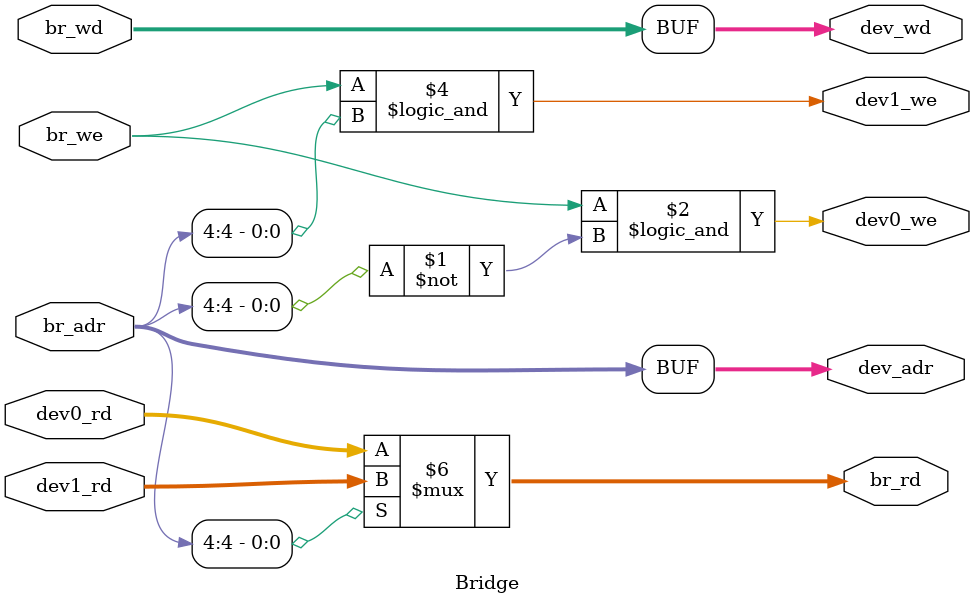
<source format=v>
module Bridge(
    input [31:0] br_adr, br_wd,
    input br_we,
    input [31:0] dev0_rd, dev1_rd,
    
    output [31:0] br_rd, dev_adr, dev_wd,
    output dev0_we, dev1_we
);

    assign dev_adr = br_adr;
    assign dev_wd = br_wd;

    assign dev0_we = br_we && br_adr[4] == 0;
    assign dev1_we = br_we && br_adr[4] == 1;

    assign br_rd = br_adr[4] == 0 ? dev0_rd : dev1_rd;

endmodule
</source>
